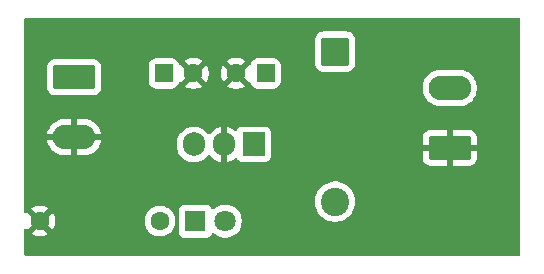
<source format=gtl>
G04 #@! TF.GenerationSoftware,KiCad,Pcbnew,9.0.7-1.fc43*
G04 #@! TF.CreationDate,2026-02-20T23:12:53+05:30*
G04 #@! TF.ProjectId,7805 voltage regulator,37383035-2076-46f6-9c74-616765207265,rev?*
G04 #@! TF.SameCoordinates,Original*
G04 #@! TF.FileFunction,Copper,L1,Top*
G04 #@! TF.FilePolarity,Positive*
%FSLAX46Y46*%
G04 Gerber Fmt 4.6, Leading zero omitted, Abs format (unit mm)*
G04 Created by KiCad (PCBNEW 9.0.7-1.fc43) date 2026-02-20 23:12:53*
%MOMM*%
%LPD*%
G01*
G04 APERTURE LIST*
G04 Aperture macros list*
%AMRoundRect*
0 Rectangle with rounded corners*
0 $1 Rounding radius*
0 $2 $3 $4 $5 $6 $7 $8 $9 X,Y pos of 4 corners*
0 Add a 4 corners polygon primitive as box body*
4,1,4,$2,$3,$4,$5,$6,$7,$8,$9,$2,$3,0*
0 Add four circle primitives for the rounded corners*
1,1,$1+$1,$2,$3*
1,1,$1+$1,$4,$5*
1,1,$1+$1,$6,$7*
1,1,$1+$1,$8,$9*
0 Add four rect primitives between the rounded corners*
20,1,$1+$1,$2,$3,$4,$5,0*
20,1,$1+$1,$4,$5,$6,$7,0*
20,1,$1+$1,$6,$7,$8,$9,0*
20,1,$1+$1,$8,$9,$2,$3,0*%
G04 Aperture macros list end*
G04 #@! TA.AperFunction,ComponentPad*
%ADD10RoundRect,0.250001X-0.949999X0.949999X-0.949999X-0.949999X0.949999X-0.949999X0.949999X0.949999X0*%
G04 #@! TD*
G04 #@! TA.AperFunction,ComponentPad*
%ADD11C,2.400000*%
G04 #@! TD*
G04 #@! TA.AperFunction,ComponentPad*
%ADD12R,1.800000X1.800000*%
G04 #@! TD*
G04 #@! TA.AperFunction,ComponentPad*
%ADD13C,1.800000*%
G04 #@! TD*
G04 #@! TA.AperFunction,ComponentPad*
%ADD14RoundRect,0.249999X-1.550001X0.790001X-1.550001X-0.790001X1.550001X-0.790001X1.550001X0.790001X0*%
G04 #@! TD*
G04 #@! TA.AperFunction,ComponentPad*
%ADD15O,3.600000X2.080000*%
G04 #@! TD*
G04 #@! TA.AperFunction,ComponentPad*
%ADD16C,1.600000*%
G04 #@! TD*
G04 #@! TA.AperFunction,ComponentPad*
%ADD17RoundRect,0.249999X1.550001X-0.790001X1.550001X0.790001X-1.550001X0.790001X-1.550001X-0.790001X0*%
G04 #@! TD*
G04 #@! TA.AperFunction,ComponentPad*
%ADD18RoundRect,0.250000X0.550000X0.550000X-0.550000X0.550000X-0.550000X-0.550000X0.550000X-0.550000X0*%
G04 #@! TD*
G04 #@! TA.AperFunction,ComponentPad*
%ADD19RoundRect,0.250000X-0.550000X-0.550000X0.550000X-0.550000X0.550000X0.550000X-0.550000X0.550000X0*%
G04 #@! TD*
G04 #@! TA.AperFunction,ComponentPad*
%ADD20R,1.905000X2.000000*%
G04 #@! TD*
G04 #@! TA.AperFunction,ComponentPad*
%ADD21O,1.905000X2.000000*%
G04 #@! TD*
G04 APERTURE END LIST*
D10*
G04 #@! TO.P,D2,1,K*
G04 #@! TO.N,Net-(D2-K)*
X125600000Y-91650000D03*
D11*
G04 #@! TO.P,D2,2,A*
G04 #@! TO.N,Net-(D2-A)*
X125600000Y-104350000D03*
G04 #@! TD*
D12*
G04 #@! TO.P,D1,1,K*
G04 #@! TO.N,Net-(D1-K)*
X113760000Y-106000000D03*
D13*
G04 #@! TO.P,D1,2,A*
G04 #@! TO.N,Net-(D1-A)*
X116300000Y-106000000D03*
G04 #@! TD*
D14*
G04 #@! TO.P,J2,1,Pin_1*
G04 #@! TO.N,Net-(D1-A)*
X103500000Y-93820000D03*
D15*
G04 #@! TO.P,J2,2,Pin_2*
G04 #@! TO.N,GND*
X103500000Y-98900000D03*
G04 #@! TD*
D16*
G04 #@! TO.P,R1,1*
G04 #@! TO.N,Net-(D1-K)*
X110760000Y-106000000D03*
G04 #@! TO.P,R1,2*
G04 #@! TO.N,GND*
X100600000Y-106000000D03*
G04 #@! TD*
D17*
G04 #@! TO.P,J1,1,Pin_1*
G04 #@! TO.N,GND*
X135300000Y-99800000D03*
D15*
G04 #@! TO.P,J1,2,Pin_2*
G04 #@! TO.N,Net-(D2-A)*
X135300000Y-94720000D03*
G04 #@! TD*
D18*
G04 #@! TO.P,C1,1*
G04 #@! TO.N,Net-(D2-K)*
X119705100Y-93500000D03*
D16*
G04 #@! TO.P,C1,2*
G04 #@! TO.N,GND*
X117205100Y-93500000D03*
G04 #@! TD*
D19*
G04 #@! TO.P,C2,1*
G04 #@! TO.N,Net-(D1-A)*
X111100000Y-93500000D03*
D16*
G04 #@! TO.P,C2,2*
G04 #@! TO.N,GND*
X113600000Y-93500000D03*
G04 #@! TD*
D20*
G04 #@! TO.P,U1,1,VI*
G04 #@! TO.N,Net-(D2-K)*
X118700000Y-99500000D03*
D21*
G04 #@! TO.P,U1,2,GND*
G04 #@! TO.N,GND*
X116160000Y-99500000D03*
G04 #@! TO.P,U1,3,VO*
G04 #@! TO.N,Net-(D1-A)*
X113620000Y-99500000D03*
G04 #@! TD*
G04 #@! TA.AperFunction,Conductor*
G04 #@! TO.N,GND*
G36*
X141212539Y-88850185D02*
G01*
X141258294Y-88902989D01*
X141269500Y-88954500D01*
X141269500Y-108805500D01*
X141249815Y-108872539D01*
X141197011Y-108918294D01*
X141145500Y-108929500D01*
X99394500Y-108929500D01*
X99327461Y-108909815D01*
X99281706Y-108857011D01*
X99270500Y-108805500D01*
X99270500Y-106763426D01*
X99290185Y-106696387D01*
X99342989Y-106650632D01*
X99412147Y-106640688D01*
X99475703Y-106669713D01*
X99494819Y-106690541D01*
X99520524Y-106725922D01*
X100200000Y-106046446D01*
X100200000Y-106052661D01*
X100227259Y-106154394D01*
X100279920Y-106245606D01*
X100354394Y-106320080D01*
X100445606Y-106372741D01*
X100547339Y-106400000D01*
X100553553Y-106400000D01*
X99874076Y-107079474D01*
X99918650Y-107111859D01*
X100100968Y-107204755D01*
X100295582Y-107267990D01*
X100497683Y-107300000D01*
X100702317Y-107300000D01*
X100904417Y-107267990D01*
X101099031Y-107204755D01*
X101281349Y-107111859D01*
X101325921Y-107079474D01*
X100646447Y-106400000D01*
X100652661Y-106400000D01*
X100754394Y-106372741D01*
X100845606Y-106320080D01*
X100920080Y-106245606D01*
X100972741Y-106154394D01*
X101000000Y-106052661D01*
X101000000Y-106046448D01*
X101679474Y-106725922D01*
X101679474Y-106725921D01*
X101711859Y-106681349D01*
X101804755Y-106499031D01*
X101867990Y-106304417D01*
X101900000Y-106102317D01*
X101900000Y-105897682D01*
X101899995Y-105897648D01*
X109459500Y-105897648D01*
X109459500Y-106102351D01*
X109491522Y-106304534D01*
X109554781Y-106499223D01*
X109618691Y-106624653D01*
X109641651Y-106669713D01*
X109647715Y-106681613D01*
X109768028Y-106847213D01*
X109912786Y-106991971D01*
X110033226Y-107079474D01*
X110078390Y-107112287D01*
X110194607Y-107171503D01*
X110260776Y-107205218D01*
X110260778Y-107205218D01*
X110260781Y-107205220D01*
X110365137Y-107239127D01*
X110455465Y-107268477D01*
X110556557Y-107284488D01*
X110657648Y-107300500D01*
X110657649Y-107300500D01*
X110862351Y-107300500D01*
X110862352Y-107300500D01*
X111064534Y-107268477D01*
X111259219Y-107205220D01*
X111441610Y-107112287D01*
X111534590Y-107044732D01*
X111607213Y-106991971D01*
X111607215Y-106991968D01*
X111607219Y-106991966D01*
X111751966Y-106847219D01*
X111751968Y-106847215D01*
X111751971Y-106847213D01*
X111812845Y-106763426D01*
X111872287Y-106681610D01*
X111965220Y-106499219D01*
X112028477Y-106304534D01*
X112060500Y-106102352D01*
X112060500Y-105897648D01*
X112028477Y-105695465D01*
X111997458Y-105600000D01*
X111965220Y-105500781D01*
X111965218Y-105500778D01*
X111965218Y-105500776D01*
X111892521Y-105358102D01*
X111872287Y-105318390D01*
X111856582Y-105296774D01*
X111751971Y-105152786D01*
X111651320Y-105052135D01*
X112359500Y-105052135D01*
X112359500Y-106947870D01*
X112359501Y-106947876D01*
X112365908Y-107007483D01*
X112416202Y-107142328D01*
X112416206Y-107142335D01*
X112502452Y-107257544D01*
X112502455Y-107257547D01*
X112617664Y-107343793D01*
X112617671Y-107343797D01*
X112752517Y-107394091D01*
X112752516Y-107394091D01*
X112759444Y-107394835D01*
X112812127Y-107400500D01*
X114707872Y-107400499D01*
X114767483Y-107394091D01*
X114902331Y-107343796D01*
X115017546Y-107257546D01*
X115103796Y-107142331D01*
X115131429Y-107068243D01*
X115133601Y-107062420D01*
X115175471Y-107006486D01*
X115240936Y-106982068D01*
X115309209Y-106996919D01*
X115337464Y-107018071D01*
X115387636Y-107068243D01*
X115387641Y-107068247D01*
X115448258Y-107112287D01*
X115565978Y-107197815D01*
X115694375Y-107263237D01*
X115762393Y-107297895D01*
X115762396Y-107297896D01*
X115867221Y-107331955D01*
X115972049Y-107366015D01*
X116189778Y-107400500D01*
X116189779Y-107400500D01*
X116410221Y-107400500D01*
X116410222Y-107400500D01*
X116627951Y-107366015D01*
X116837606Y-107297895D01*
X117034022Y-107197815D01*
X117212365Y-107068242D01*
X117368242Y-106912365D01*
X117497815Y-106734022D01*
X117597895Y-106537606D01*
X117666015Y-106327951D01*
X117700500Y-106110222D01*
X117700500Y-105889778D01*
X117666015Y-105672049D01*
X117610366Y-105500776D01*
X117597896Y-105462396D01*
X117597895Y-105462393D01*
X117544755Y-105358102D01*
X117497815Y-105265978D01*
X117379930Y-105103722D01*
X117368247Y-105087641D01*
X117368243Y-105087636D01*
X117212363Y-104931756D01*
X117212358Y-104931752D01*
X117034025Y-104802187D01*
X117034024Y-104802186D01*
X117034022Y-104802185D01*
X116916791Y-104742452D01*
X116837606Y-104702104D01*
X116837603Y-104702103D01*
X116627952Y-104633985D01*
X116519086Y-104616742D01*
X116410222Y-104599500D01*
X116189778Y-104599500D01*
X116117201Y-104610995D01*
X115972047Y-104633985D01*
X115762396Y-104702103D01*
X115762393Y-104702104D01*
X115565974Y-104802187D01*
X115387641Y-104931752D01*
X115387636Y-104931756D01*
X115337463Y-104981929D01*
X115276140Y-105015413D01*
X115206448Y-105010428D01*
X115150515Y-104968557D01*
X115133601Y-104937580D01*
X115103797Y-104857671D01*
X115103793Y-104857664D01*
X115017547Y-104742455D01*
X115017544Y-104742452D01*
X114902335Y-104656206D01*
X114902328Y-104656202D01*
X114767482Y-104605908D01*
X114767483Y-104605908D01*
X114707883Y-104599501D01*
X114707881Y-104599500D01*
X114707873Y-104599500D01*
X114707864Y-104599500D01*
X112812129Y-104599500D01*
X112812123Y-104599501D01*
X112752516Y-104605908D01*
X112617671Y-104656202D01*
X112617664Y-104656206D01*
X112502455Y-104742452D01*
X112502452Y-104742455D01*
X112416206Y-104857664D01*
X112416202Y-104857671D01*
X112365908Y-104992517D01*
X112359501Y-105052116D01*
X112359500Y-105052135D01*
X111651320Y-105052135D01*
X111607213Y-105008028D01*
X111441613Y-104887715D01*
X111441612Y-104887714D01*
X111441610Y-104887713D01*
X111382636Y-104857664D01*
X111259223Y-104794781D01*
X111064534Y-104731522D01*
X110878799Y-104702105D01*
X110862352Y-104699500D01*
X110657648Y-104699500D01*
X110641201Y-104702105D01*
X110455465Y-104731522D01*
X110260776Y-104794781D01*
X110078386Y-104887715D01*
X109912786Y-105008028D01*
X109768028Y-105152786D01*
X109647715Y-105318386D01*
X109554781Y-105500776D01*
X109491522Y-105695465D01*
X109459500Y-105897648D01*
X101899995Y-105897648D01*
X101867990Y-105695582D01*
X101804755Y-105500968D01*
X101711859Y-105318650D01*
X101679474Y-105274077D01*
X101679474Y-105274076D01*
X101000000Y-105953551D01*
X101000000Y-105947339D01*
X100972741Y-105845606D01*
X100920080Y-105754394D01*
X100845606Y-105679920D01*
X100754394Y-105627259D01*
X100652661Y-105600000D01*
X100646446Y-105600000D01*
X101325922Y-104920524D01*
X101325921Y-104920523D01*
X101281359Y-104888147D01*
X101281350Y-104888141D01*
X101099031Y-104795244D01*
X100904417Y-104732009D01*
X100702317Y-104700000D01*
X100497683Y-104700000D01*
X100295582Y-104732009D01*
X100100968Y-104795244D01*
X99918644Y-104888143D01*
X99874077Y-104920523D01*
X99874077Y-104920524D01*
X100553554Y-105600000D01*
X100547339Y-105600000D01*
X100445606Y-105627259D01*
X100354394Y-105679920D01*
X100279920Y-105754394D01*
X100227259Y-105845606D01*
X100200000Y-105947339D01*
X100200000Y-105953553D01*
X99520524Y-105274077D01*
X99520522Y-105274077D01*
X99494818Y-105309457D01*
X99439489Y-105352123D01*
X99369875Y-105358102D01*
X99308080Y-105325497D01*
X99273723Y-105264658D01*
X99270500Y-105236572D01*
X99270500Y-104238549D01*
X123899500Y-104238549D01*
X123899500Y-104461450D01*
X123899501Y-104461466D01*
X123928594Y-104682452D01*
X123928595Y-104682457D01*
X123928596Y-104682463D01*
X123983593Y-104887715D01*
X123986290Y-104897780D01*
X123986293Y-104897790D01*
X124050217Y-105052116D01*
X124071595Y-105103726D01*
X124183052Y-105296774D01*
X124183057Y-105296780D01*
X124183058Y-105296782D01*
X124318751Y-105473622D01*
X124318757Y-105473629D01*
X124476370Y-105631242D01*
X124476377Y-105631248D01*
X124539808Y-105679920D01*
X124653226Y-105766948D01*
X124846274Y-105878405D01*
X125052219Y-105963710D01*
X125267537Y-106021404D01*
X125488543Y-106050500D01*
X125488550Y-106050500D01*
X125711450Y-106050500D01*
X125711457Y-106050500D01*
X125932463Y-106021404D01*
X126147781Y-105963710D01*
X126353726Y-105878405D01*
X126546774Y-105766948D01*
X126723624Y-105631247D01*
X126881247Y-105473624D01*
X127016948Y-105296774D01*
X127128405Y-105103726D01*
X127213710Y-104897781D01*
X127271404Y-104682463D01*
X127300500Y-104461457D01*
X127300500Y-104238543D01*
X127271404Y-104017537D01*
X127213710Y-103802219D01*
X127128405Y-103596274D01*
X127016948Y-103403226D01*
X126881247Y-103226376D01*
X126881242Y-103226370D01*
X126723629Y-103068757D01*
X126723622Y-103068751D01*
X126546782Y-102933058D01*
X126546780Y-102933057D01*
X126546774Y-102933052D01*
X126353726Y-102821595D01*
X126353722Y-102821593D01*
X126147790Y-102736293D01*
X126147783Y-102736291D01*
X126147781Y-102736290D01*
X125932463Y-102678596D01*
X125932457Y-102678595D01*
X125932452Y-102678594D01*
X125711466Y-102649501D01*
X125711463Y-102649500D01*
X125711457Y-102649500D01*
X125488543Y-102649500D01*
X125488537Y-102649500D01*
X125488533Y-102649501D01*
X125267547Y-102678594D01*
X125267540Y-102678595D01*
X125267537Y-102678596D01*
X125052219Y-102736290D01*
X125052209Y-102736293D01*
X124846277Y-102821593D01*
X124846273Y-102821595D01*
X124653226Y-102933052D01*
X124653217Y-102933058D01*
X124476377Y-103068751D01*
X124476370Y-103068757D01*
X124318757Y-103226370D01*
X124318751Y-103226377D01*
X124183058Y-103403217D01*
X124183052Y-103403226D01*
X124071595Y-103596273D01*
X124071593Y-103596277D01*
X123986293Y-103802209D01*
X123986290Y-103802219D01*
X123928597Y-104017534D01*
X123928594Y-104017547D01*
X123899501Y-104238533D01*
X123899500Y-104238549D01*
X99270500Y-104238549D01*
X99270500Y-98650000D01*
X101220400Y-98650000D01*
X102845879Y-98650000D01*
X102826901Y-98695818D01*
X102800000Y-98831056D01*
X102800000Y-98968944D01*
X102826901Y-99104182D01*
X102845879Y-99150000D01*
X101220400Y-99150000D01*
X101237919Y-99260618D01*
X101312827Y-99491159D01*
X101422874Y-99707136D01*
X101565356Y-99903245D01*
X101736754Y-100074643D01*
X101932863Y-100217125D01*
X102148840Y-100327172D01*
X102379381Y-100402079D01*
X102618800Y-100440000D01*
X103250000Y-100440000D01*
X103250000Y-99554120D01*
X103295818Y-99573099D01*
X103431056Y-99600000D01*
X103568944Y-99600000D01*
X103704182Y-99573099D01*
X103750000Y-99554120D01*
X103750000Y-100440000D01*
X104381200Y-100440000D01*
X104620618Y-100402079D01*
X104851159Y-100327172D01*
X105067136Y-100217125D01*
X105263245Y-100074643D01*
X105434643Y-99903245D01*
X105577125Y-99707136D01*
X105687172Y-99491157D01*
X105736889Y-99338146D01*
X112167000Y-99338146D01*
X112167000Y-99661853D01*
X112202778Y-99887746D01*
X112202778Y-99887749D01*
X112273450Y-100105255D01*
X112330451Y-100217125D01*
X112377283Y-100309038D01*
X112511714Y-100494066D01*
X112673434Y-100655786D01*
X112858462Y-100790217D01*
X112990599Y-100857544D01*
X113062244Y-100894049D01*
X113279751Y-100964721D01*
X113279752Y-100964721D01*
X113279755Y-100964722D01*
X113505646Y-101000500D01*
X113505647Y-101000500D01*
X113734353Y-101000500D01*
X113734354Y-101000500D01*
X113960245Y-100964722D01*
X113960248Y-100964721D01*
X113960249Y-100964721D01*
X114177755Y-100894049D01*
X114177755Y-100894048D01*
X114177758Y-100894048D01*
X114381538Y-100790217D01*
X114566566Y-100655786D01*
X114728286Y-100494066D01*
X114789992Y-100409134D01*
X114845319Y-100366470D01*
X114914932Y-100360491D01*
X114976727Y-100393096D01*
X114990626Y-100409135D01*
X115052097Y-100493741D01*
X115052097Y-100493742D01*
X115213757Y-100655402D01*
X115398723Y-100789788D01*
X115602429Y-100893582D01*
X115819871Y-100964234D01*
X115910000Y-100978509D01*
X115910000Y-99990747D01*
X115947708Y-100012518D01*
X116087591Y-100050000D01*
X116232409Y-100050000D01*
X116372292Y-100012518D01*
X116410000Y-99990747D01*
X116410000Y-100978508D01*
X116500128Y-100964234D01*
X116717570Y-100893582D01*
X116921276Y-100789788D01*
X117104059Y-100656988D01*
X117169865Y-100633508D01*
X117237919Y-100649333D01*
X117286614Y-100699439D01*
X117293127Y-100713974D01*
X117303701Y-100742326D01*
X117303706Y-100742335D01*
X117389952Y-100857544D01*
X117389955Y-100857547D01*
X117505164Y-100943793D01*
X117505171Y-100943797D01*
X117640017Y-100994091D01*
X117640016Y-100994091D01*
X117646944Y-100994835D01*
X117699627Y-101000500D01*
X119700372Y-101000499D01*
X119759983Y-100994091D01*
X119894831Y-100943796D01*
X120010046Y-100857546D01*
X120096296Y-100742331D01*
X120146591Y-100607483D01*
X120153000Y-100547873D01*
X120152999Y-99491159D01*
X120152999Y-98960013D01*
X133000000Y-98960013D01*
X133000000Y-99550000D01*
X134645879Y-99550000D01*
X134626901Y-99595818D01*
X134600000Y-99731056D01*
X134600000Y-99868944D01*
X134626901Y-100004182D01*
X134645879Y-100050000D01*
X133000001Y-100050000D01*
X133000001Y-100639986D01*
X133010494Y-100742696D01*
X133010494Y-100742698D01*
X133065640Y-100909119D01*
X133065645Y-100909130D01*
X133157680Y-101058340D01*
X133157683Y-101058344D01*
X133281655Y-101182316D01*
X133281659Y-101182319D01*
X133430869Y-101274354D01*
X133430880Y-101274359D01*
X133597302Y-101329505D01*
X133700020Y-101339999D01*
X135049999Y-101339999D01*
X135050000Y-101339998D01*
X135050000Y-100454120D01*
X135095818Y-100473099D01*
X135231056Y-100500000D01*
X135368944Y-100500000D01*
X135504182Y-100473099D01*
X135550000Y-100454120D01*
X135550000Y-101339999D01*
X136899972Y-101339999D01*
X136899986Y-101339998D01*
X137002696Y-101329505D01*
X137002698Y-101329505D01*
X137169119Y-101274359D01*
X137169130Y-101274354D01*
X137318340Y-101182319D01*
X137318344Y-101182316D01*
X137442316Y-101058344D01*
X137442319Y-101058340D01*
X137534354Y-100909130D01*
X137534359Y-100909119D01*
X137589505Y-100742697D01*
X137599999Y-100639986D01*
X137600000Y-100639973D01*
X137600000Y-100050000D01*
X135954121Y-100050000D01*
X135973099Y-100004182D01*
X136000000Y-99868944D01*
X136000000Y-99731056D01*
X135973099Y-99595818D01*
X135954121Y-99550000D01*
X137599999Y-99550000D01*
X137599999Y-98960028D01*
X137599998Y-98960013D01*
X137589505Y-98857303D01*
X137589505Y-98857301D01*
X137534359Y-98690880D01*
X137534354Y-98690869D01*
X137442319Y-98541659D01*
X137442316Y-98541655D01*
X137318344Y-98417683D01*
X137318340Y-98417680D01*
X137169130Y-98325645D01*
X137169119Y-98325640D01*
X137002697Y-98270494D01*
X136899986Y-98260000D01*
X135550000Y-98260000D01*
X135550000Y-99145879D01*
X135504182Y-99126901D01*
X135368944Y-99100000D01*
X135231056Y-99100000D01*
X135095818Y-99126901D01*
X135050000Y-99145879D01*
X135050000Y-98260000D01*
X133700028Y-98260000D01*
X133700012Y-98260001D01*
X133597303Y-98270494D01*
X133597301Y-98270494D01*
X133430880Y-98325640D01*
X133430869Y-98325645D01*
X133281659Y-98417680D01*
X133281655Y-98417683D01*
X133157683Y-98541655D01*
X133157680Y-98541659D01*
X133065645Y-98690869D01*
X133065640Y-98690880D01*
X133010494Y-98857302D01*
X133000000Y-98960013D01*
X120152999Y-98960013D01*
X120152999Y-98956864D01*
X120152999Y-98452129D01*
X120152998Y-98452123D01*
X120146591Y-98392516D01*
X120096297Y-98257671D01*
X120096293Y-98257664D01*
X120010047Y-98142455D01*
X120010044Y-98142452D01*
X119894835Y-98056206D01*
X119894828Y-98056202D01*
X119759982Y-98005908D01*
X119759983Y-98005908D01*
X119700383Y-97999501D01*
X119700381Y-97999500D01*
X119700373Y-97999500D01*
X119700364Y-97999500D01*
X117699629Y-97999500D01*
X117699623Y-97999501D01*
X117640016Y-98005908D01*
X117505171Y-98056202D01*
X117505164Y-98056206D01*
X117389955Y-98142452D01*
X117389952Y-98142455D01*
X117303706Y-98257664D01*
X117303702Y-98257671D01*
X117293127Y-98286026D01*
X117251256Y-98341960D01*
X117185791Y-98366377D01*
X117117518Y-98351525D01*
X117104060Y-98343011D01*
X116921279Y-98210213D01*
X116717568Y-98106417D01*
X116500124Y-98035765D01*
X116410000Y-98021490D01*
X116410000Y-99009252D01*
X116372292Y-98987482D01*
X116232409Y-98950000D01*
X116087591Y-98950000D01*
X115947708Y-98987482D01*
X115910000Y-99009252D01*
X115910000Y-98021490D01*
X115909999Y-98021490D01*
X115819875Y-98035765D01*
X115602431Y-98106417D01*
X115398723Y-98210211D01*
X115213757Y-98344597D01*
X115052097Y-98506257D01*
X114990627Y-98590864D01*
X114935297Y-98633529D01*
X114865684Y-98639508D01*
X114803889Y-98606902D01*
X114789991Y-98590864D01*
X114728286Y-98505934D01*
X114566566Y-98344214D01*
X114381538Y-98209783D01*
X114362338Y-98200000D01*
X114177755Y-98105950D01*
X113960248Y-98035278D01*
X113774812Y-98005908D01*
X113734354Y-97999500D01*
X113505646Y-97999500D01*
X113465188Y-98005908D01*
X113279753Y-98035278D01*
X113279750Y-98035278D01*
X113062244Y-98105950D01*
X112858461Y-98209783D01*
X112762274Y-98279668D01*
X112673434Y-98344214D01*
X112673432Y-98344216D01*
X112673431Y-98344216D01*
X112511716Y-98505931D01*
X112511716Y-98505932D01*
X112511714Y-98505934D01*
X112466311Y-98568426D01*
X112377283Y-98690961D01*
X112273450Y-98894744D01*
X112202778Y-99112250D01*
X112202778Y-99112253D01*
X112167000Y-99338146D01*
X105736889Y-99338146D01*
X105750923Y-99294956D01*
X105750923Y-99294954D01*
X105762080Y-99260616D01*
X105779600Y-99150000D01*
X104154121Y-99150000D01*
X104173099Y-99104182D01*
X104200000Y-98968944D01*
X104200000Y-98831056D01*
X104173099Y-98695818D01*
X104154121Y-98650000D01*
X105779600Y-98650000D01*
X105762080Y-98539381D01*
X105687172Y-98308840D01*
X105577125Y-98092863D01*
X105434643Y-97896754D01*
X105263245Y-97725356D01*
X105067136Y-97582874D01*
X104851159Y-97472827D01*
X104620618Y-97397920D01*
X104381200Y-97360000D01*
X103750000Y-97360000D01*
X103750000Y-98245879D01*
X103704182Y-98226901D01*
X103568944Y-98200000D01*
X103431056Y-98200000D01*
X103295818Y-98226901D01*
X103250000Y-98245879D01*
X103250000Y-97360000D01*
X102618800Y-97360000D01*
X102379381Y-97397920D01*
X102148840Y-97472827D01*
X101932863Y-97582874D01*
X101736754Y-97725356D01*
X101565356Y-97896754D01*
X101422874Y-98092863D01*
X101312827Y-98308840D01*
X101237919Y-98539381D01*
X101220400Y-98650000D01*
X99270500Y-98650000D01*
X99270500Y-92979982D01*
X101199500Y-92979982D01*
X101199500Y-94660017D01*
X101210000Y-94762796D01*
X101222494Y-94800499D01*
X101265186Y-94929335D01*
X101357288Y-95078656D01*
X101481344Y-95202712D01*
X101630665Y-95294814D01*
X101797202Y-95349999D01*
X101899990Y-95360500D01*
X101899995Y-95360500D01*
X105100005Y-95360500D01*
X105100010Y-95360500D01*
X105202798Y-95349999D01*
X105369335Y-95294814D01*
X105518656Y-95202712D01*
X105642712Y-95078656D01*
X105734814Y-94929335D01*
X105789999Y-94762798D01*
X105800500Y-94660010D01*
X105800500Y-92979990D01*
X105792326Y-92899983D01*
X109799500Y-92899983D01*
X109799500Y-94100001D01*
X109799501Y-94100018D01*
X109810000Y-94202796D01*
X109810001Y-94202799D01*
X109825681Y-94250116D01*
X109865186Y-94369334D01*
X109957288Y-94518656D01*
X110081344Y-94642712D01*
X110230666Y-94734814D01*
X110397203Y-94789999D01*
X110499991Y-94800500D01*
X111700008Y-94800499D01*
X111802797Y-94789999D01*
X111969334Y-94734814D01*
X112118656Y-94642712D01*
X112242712Y-94518656D01*
X112334814Y-94369334D01*
X112358102Y-94299054D01*
X112362110Y-94291050D01*
X112380060Y-94271772D01*
X112395055Y-94250116D01*
X112403495Y-94246606D01*
X112409725Y-94239917D01*
X112435249Y-94233404D01*
X112459571Y-94223292D01*
X112475834Y-94223048D01*
X112477425Y-94222643D01*
X112478523Y-94223008D01*
X112482719Y-94222946D01*
X112520525Y-94225921D01*
X113200000Y-93546446D01*
X113200000Y-93552661D01*
X113227259Y-93654394D01*
X113279920Y-93745606D01*
X113354394Y-93820080D01*
X113445606Y-93872741D01*
X113547339Y-93900000D01*
X113553553Y-93900000D01*
X112874076Y-94579474D01*
X112918650Y-94611859D01*
X113100968Y-94704755D01*
X113295582Y-94767990D01*
X113497683Y-94800000D01*
X113702317Y-94800000D01*
X113904417Y-94767990D01*
X114099031Y-94704755D01*
X114281349Y-94611859D01*
X114325921Y-94579474D01*
X113646447Y-93900000D01*
X113652661Y-93900000D01*
X113754394Y-93872741D01*
X113845606Y-93820080D01*
X113920080Y-93745606D01*
X113972741Y-93654394D01*
X114000000Y-93552661D01*
X114000000Y-93546448D01*
X114679474Y-94225922D01*
X114679474Y-94225921D01*
X114711859Y-94181349D01*
X114804755Y-93999031D01*
X114867990Y-93804417D01*
X114900000Y-93602317D01*
X114900000Y-93397682D01*
X115905100Y-93397682D01*
X115905100Y-93602317D01*
X115937109Y-93804417D01*
X116000344Y-93999031D01*
X116093241Y-94181350D01*
X116093247Y-94181359D01*
X116125623Y-94225921D01*
X116125624Y-94225922D01*
X116805100Y-93546446D01*
X116805100Y-93552661D01*
X116832359Y-93654394D01*
X116885020Y-93745606D01*
X116959494Y-93820080D01*
X117050706Y-93872741D01*
X117152439Y-93900000D01*
X117158653Y-93900000D01*
X116479176Y-94579474D01*
X116523750Y-94611859D01*
X116706068Y-94704755D01*
X116900682Y-94767990D01*
X117102783Y-94800000D01*
X117307417Y-94800000D01*
X117509517Y-94767990D01*
X117704131Y-94704755D01*
X117886449Y-94611859D01*
X117931021Y-94579474D01*
X117251547Y-93900000D01*
X117257761Y-93900000D01*
X117359494Y-93872741D01*
X117450706Y-93820080D01*
X117525180Y-93745606D01*
X117577841Y-93654394D01*
X117605100Y-93552661D01*
X117605100Y-93546448D01*
X118284573Y-94225921D01*
X118322380Y-94222946D01*
X118390758Y-94237310D01*
X118440515Y-94286361D01*
X118449814Y-94307556D01*
X118470286Y-94369334D01*
X118562388Y-94518656D01*
X118686444Y-94642712D01*
X118835766Y-94734814D01*
X119002303Y-94789999D01*
X119105091Y-94800500D01*
X120305108Y-94800499D01*
X120407897Y-94789999D01*
X120574434Y-94734814D01*
X120723756Y-94642712D01*
X120767714Y-94598754D01*
X132999500Y-94598754D01*
X132999500Y-94841245D01*
X133037432Y-95080736D01*
X133112360Y-95311344D01*
X133222448Y-95527401D01*
X133364966Y-95723562D01*
X133364970Y-95723567D01*
X133536432Y-95895029D01*
X133536437Y-95895033D01*
X133707539Y-96019345D01*
X133732602Y-96037554D01*
X133948653Y-96147638D01*
X133948655Y-96147639D01*
X134063959Y-96185103D01*
X134179265Y-96222568D01*
X134290186Y-96240136D01*
X134418755Y-96260500D01*
X134418760Y-96260500D01*
X136181245Y-96260500D01*
X136297347Y-96242110D01*
X136420735Y-96222568D01*
X136651347Y-96147638D01*
X136867398Y-96037554D01*
X137063569Y-95895028D01*
X137235028Y-95723569D01*
X137377554Y-95527398D01*
X137487638Y-95311347D01*
X137562568Y-95080735D01*
X137586548Y-94929332D01*
X137600500Y-94841245D01*
X137600500Y-94598754D01*
X137578432Y-94459431D01*
X137562568Y-94359265D01*
X137522943Y-94237310D01*
X137487639Y-94128655D01*
X137473043Y-94100009D01*
X137377554Y-93912602D01*
X137310333Y-93820080D01*
X137235033Y-93716437D01*
X137235029Y-93716432D01*
X137063567Y-93544970D01*
X137063562Y-93544966D01*
X136867401Y-93402448D01*
X136867400Y-93402447D01*
X136867398Y-93402446D01*
X136755844Y-93345606D01*
X136651344Y-93292360D01*
X136420736Y-93217432D01*
X136181245Y-93179500D01*
X136181240Y-93179500D01*
X134418760Y-93179500D01*
X134418755Y-93179500D01*
X134179263Y-93217432D01*
X133948655Y-93292360D01*
X133732598Y-93402448D01*
X133536437Y-93544966D01*
X133536432Y-93544970D01*
X133364970Y-93716432D01*
X133364966Y-93716437D01*
X133222448Y-93912598D01*
X133112360Y-94128655D01*
X133037432Y-94359263D01*
X132999500Y-94598754D01*
X120767714Y-94598754D01*
X120847812Y-94518656D01*
X120939914Y-94369334D01*
X120995099Y-94202797D01*
X121005600Y-94100009D01*
X121005599Y-92899992D01*
X120995099Y-92797203D01*
X120939914Y-92630666D01*
X120847812Y-92481344D01*
X120723756Y-92357288D01*
X120574434Y-92265186D01*
X120407897Y-92210001D01*
X120407895Y-92210000D01*
X120305110Y-92199500D01*
X119105098Y-92199500D01*
X119105081Y-92199501D01*
X119002303Y-92210000D01*
X119002300Y-92210001D01*
X118835768Y-92265185D01*
X118835763Y-92265187D01*
X118686442Y-92357289D01*
X118562389Y-92481342D01*
X118470287Y-92630663D01*
X118470285Y-92630668D01*
X118449817Y-92692438D01*
X118410044Y-92749883D01*
X118345528Y-92776706D01*
X118322383Y-92777052D01*
X118284574Y-92774076D01*
X117605100Y-93453551D01*
X117605100Y-93447339D01*
X117577841Y-93345606D01*
X117525180Y-93254394D01*
X117450706Y-93179920D01*
X117359494Y-93127259D01*
X117257761Y-93100000D01*
X117251546Y-93100000D01*
X117931022Y-92420524D01*
X117931021Y-92420523D01*
X117886459Y-92388147D01*
X117886450Y-92388141D01*
X117704131Y-92295244D01*
X117509517Y-92232009D01*
X117307417Y-92200000D01*
X117102783Y-92200000D01*
X116900682Y-92232009D01*
X116706068Y-92295244D01*
X116523744Y-92388143D01*
X116479177Y-92420523D01*
X116479177Y-92420524D01*
X117158654Y-93100000D01*
X117152439Y-93100000D01*
X117050706Y-93127259D01*
X116959494Y-93179920D01*
X116885020Y-93254394D01*
X116832359Y-93345606D01*
X116805100Y-93447339D01*
X116805100Y-93453553D01*
X116125624Y-92774077D01*
X116125623Y-92774077D01*
X116093243Y-92818644D01*
X116000344Y-93000968D01*
X115937109Y-93195582D01*
X115905100Y-93397682D01*
X114900000Y-93397682D01*
X114867990Y-93195582D01*
X114804755Y-93000968D01*
X114711859Y-92818650D01*
X114679474Y-92774077D01*
X114679474Y-92774076D01*
X114000000Y-93453551D01*
X114000000Y-93447339D01*
X113972741Y-93345606D01*
X113920080Y-93254394D01*
X113845606Y-93179920D01*
X113754394Y-93127259D01*
X113652661Y-93100000D01*
X113646446Y-93100000D01*
X114325922Y-92420524D01*
X114325921Y-92420523D01*
X114281359Y-92388147D01*
X114281350Y-92388141D01*
X114099031Y-92295244D01*
X113904417Y-92232009D01*
X113702317Y-92200000D01*
X113497683Y-92200000D01*
X113295582Y-92232009D01*
X113100968Y-92295244D01*
X112918644Y-92388143D01*
X112874077Y-92420523D01*
X112874077Y-92420524D01*
X113553554Y-93100000D01*
X113547339Y-93100000D01*
X113445606Y-93127259D01*
X113354394Y-93179920D01*
X113279920Y-93254394D01*
X113227259Y-93345606D01*
X113200000Y-93447339D01*
X113200000Y-93453553D01*
X112520524Y-92774077D01*
X112482719Y-92777053D01*
X112414341Y-92762689D01*
X112364584Y-92713638D01*
X112362110Y-92708949D01*
X112358101Y-92700942D01*
X112334814Y-92630666D01*
X112242712Y-92481344D01*
X112118656Y-92357288D01*
X111969334Y-92265186D01*
X111802797Y-92210001D01*
X111802795Y-92210000D01*
X111700010Y-92199500D01*
X110499998Y-92199500D01*
X110499981Y-92199501D01*
X110397203Y-92210000D01*
X110397200Y-92210001D01*
X110230668Y-92265185D01*
X110230663Y-92265187D01*
X110081342Y-92357289D01*
X109957289Y-92481342D01*
X109865187Y-92630663D01*
X109865185Y-92630668D01*
X109858774Y-92650015D01*
X109810001Y-92797203D01*
X109810001Y-92797204D01*
X109810000Y-92797204D01*
X109799500Y-92899983D01*
X105792326Y-92899983D01*
X105789999Y-92877202D01*
X105734814Y-92710665D01*
X105642712Y-92561344D01*
X105518656Y-92437288D01*
X105388957Y-92357289D01*
X105369337Y-92345187D01*
X105369332Y-92345185D01*
X105367863Y-92344698D01*
X105202798Y-92290001D01*
X105202796Y-92290000D01*
X105100017Y-92279500D01*
X105100010Y-92279500D01*
X101899990Y-92279500D01*
X101899982Y-92279500D01*
X101797203Y-92290000D01*
X101797202Y-92290001D01*
X101714669Y-92317349D01*
X101630667Y-92345185D01*
X101630662Y-92345187D01*
X101481342Y-92437289D01*
X101357289Y-92561342D01*
X101265187Y-92710662D01*
X101265186Y-92710665D01*
X101210001Y-92877202D01*
X101210001Y-92877203D01*
X101210000Y-92877203D01*
X101199500Y-92979982D01*
X99270500Y-92979982D01*
X99270500Y-90649984D01*
X123899500Y-90649984D01*
X123899500Y-92650015D01*
X123910000Y-92752795D01*
X123910001Y-92752797D01*
X123918039Y-92777053D01*
X123965186Y-92919335D01*
X123965187Y-92919337D01*
X124057286Y-93068651D01*
X124057289Y-93068655D01*
X124181344Y-93192710D01*
X124181348Y-93192713D01*
X124330662Y-93284812D01*
X124330664Y-93284813D01*
X124330666Y-93284814D01*
X124497203Y-93339999D01*
X124599992Y-93350500D01*
X124599997Y-93350500D01*
X126600003Y-93350500D01*
X126600008Y-93350500D01*
X126702797Y-93339999D01*
X126869334Y-93284814D01*
X127018655Y-93192711D01*
X127142711Y-93068655D01*
X127234814Y-92919334D01*
X127289999Y-92752797D01*
X127300500Y-92650008D01*
X127300500Y-90649992D01*
X127289999Y-90547203D01*
X127234814Y-90380666D01*
X127142711Y-90231345D01*
X127018655Y-90107289D01*
X127018651Y-90107286D01*
X126869337Y-90015187D01*
X126869335Y-90015186D01*
X126786065Y-89987593D01*
X126702797Y-89960001D01*
X126702795Y-89960000D01*
X126600015Y-89949500D01*
X126600008Y-89949500D01*
X124599992Y-89949500D01*
X124599984Y-89949500D01*
X124497204Y-89960000D01*
X124497203Y-89960001D01*
X124330664Y-90015186D01*
X124330662Y-90015187D01*
X124181348Y-90107286D01*
X124181344Y-90107289D01*
X124057289Y-90231344D01*
X124057286Y-90231348D01*
X123965187Y-90380662D01*
X123965186Y-90380664D01*
X123910001Y-90547203D01*
X123910000Y-90547204D01*
X123899500Y-90649984D01*
X99270500Y-90649984D01*
X99270500Y-88954500D01*
X99290185Y-88887461D01*
X99342989Y-88841706D01*
X99394500Y-88830500D01*
X141145500Y-88830500D01*
X141212539Y-88850185D01*
G37*
G04 #@! TD.AperFunction*
G04 #@! TD*
M02*

</source>
